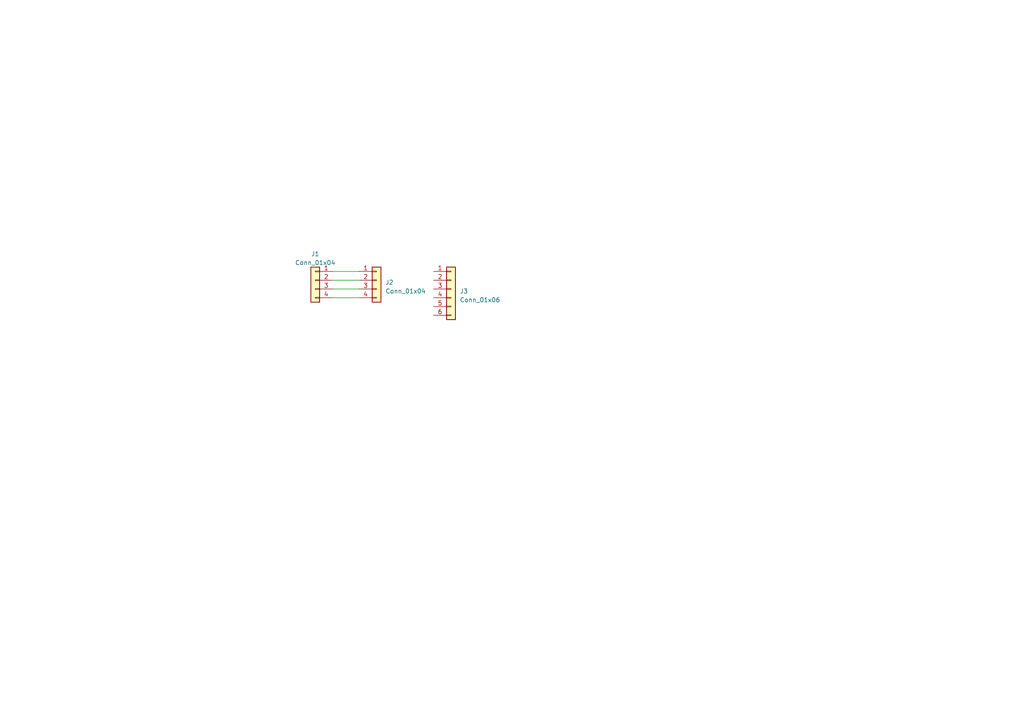
<source format=kicad_sch>
(kicad_sch (version 20230121) (generator eeschema)
  (paper "A4")
  (lib_symbols
    (symbol "Connector_Generic:Conn_01x04" (pin_names (offset 1.016) hide)
      (property "Reference" "J" (at 0 5.08 0))
      (property "Value" "Conn_01x04" (at 0 -7.62 0))
      (symbol "Conn_01x04_1_1"
        (rectangle (start -1.27 -4.953) (end 0 -5.207) (stroke (width 0.1524)))
        (rectangle (start -1.27 -2.413) (end 0 -2.667) (stroke (width 0.1524)))
        (rectangle (start -1.27 0.127) (end 0 -0.127) (stroke (width 0.1524)))
        (rectangle (start -1.27 2.667) (end 0 2.413) (stroke (width 0.1524)))
        (rectangle (start -1.27 3.81) (end 1.27 -6.35) (stroke (width 0.254)) (fill (type background)))
        (pin passive line (at -5.08 2.54 0) (length 3.81) (name "Pin_1") (number "1"))
        (pin passive line (at -5.08 0 0) (length 3.81) (name "Pin_2") (number "2"))
        (pin passive line (at -5.08 -2.54 0) (length 3.81) (name "Pin_3") (number "3"))
        (pin passive line (at -5.08 -5.08 0) (length 3.81) (name "Pin_4") (number "4"))
      )
    )
    (symbol "Connector_Generic:Conn_01x06" (pin_names (offset 1.016) hide)
      (property "Reference" "J" (at 0 7.62 0))
      (property "Value" "Conn_01x06" (at 0 -10.16 0))
      (symbol "Conn_01x06_1_1"
        (rectangle (start -1.27 -7.493) (end 0 -7.747) (stroke (width 0.1524)))
        (rectangle (start -1.27 -4.953) (end 0 -5.207) (stroke (width 0.1524)))
        (rectangle (start -1.27 -2.413) (end 0 -2.667) (stroke (width 0.1524)))
        (rectangle (start -1.27 0.127) (end 0 -0.127) (stroke (width 0.1524)))
        (rectangle (start -1.27 2.667) (end 0 2.413) (stroke (width 0.1524)))
        (rectangle (start -1.27 5.207) (end 0 4.953) (stroke (width 0.1524)))
        (rectangle (start -1.27 6.35) (end 1.27 -8.89) (stroke (width 0.254)) (fill (type background)))
        (pin passive line (at -5.08 5.08 0) (length 3.81) (name "Pin_1") (number "1"))
        (pin passive line (at -5.08 2.54 0) (length 3.81) (name "Pin_2") (number "2"))
        (pin passive line (at -5.08 0 0) (length 3.81) (name "Pin_3") (number "3"))
        (pin passive line (at -5.08 -2.54 0) (length 3.81) (name "Pin_4") (number "4"))
        (pin passive line (at -5.08 -5.08 0) (length 3.81) (name "Pin_5") (number "5"))
        (pin passive line (at -5.08 -7.62 0) (length 3.81) (name "Pin_6") (number "6"))
      )
    )
  )
  (wire (pts (xy 104.14 81.28) (xy 96.52 81.28)))
  (wire (pts (xy 104.14 78.74) (xy 96.52 78.74)))
  (wire (pts (xy 104.14 83.82) (xy 96.52 83.82)))
  (wire (pts (xy 104.14 86.36) (xy 96.52 86.36)))
  (symbol (lib_id "Connector_Generic:Conn_01x04") (at 91.44 81.28 0) (mirror y) (unit 1)
    (property "Reference" "J1" (at 91.44 73.66 0))
    (property "Value" "Conn_01x04" (at 91.44 76.2 0))
    (property "Footprint" "Connector_IDC:IDC-Header_2x03_P2.54mm_Vertical" (effects hide))
  )
  (symbol (lib_id "Connector_Generic:Conn_01x06") (at 130.81 83.82 0) (unit 1)
    (property "Reference" "J3" (at 133.35 84.455 0) (effects (justify left)))
    (property "Value" "Conn_01x06" (at 133.35 86.995 0) (effects (justify left)))
    (property "Footprint" "Connector_PinHeader_2.54mm:PinHeader_1x06_P2.54mm_Vertical" (effects hide))
  )
  (symbol (lib_id "Connector_Generic:Conn_01x04") (at 109.22 81.28 0) (unit 1)
    (property "Reference" "J2" (at 111.76 81.915 0) (effects (justify left)))
    (property "Value" "Conn_01x04" (at 111.76 84.455 0) (effects (justify left)))
    (property "Footprint" "Connector:FanPinHeader_1x04_P2.54mm_Vertical" (effects hide))
  )
)
</source>
